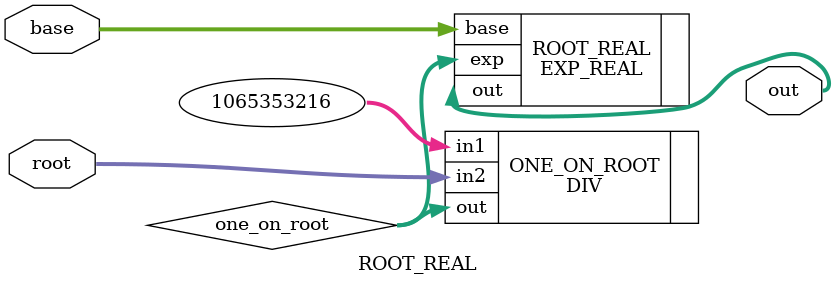
<source format=v>
`timescale 1ns / 1ps


module ROOT_REAL(
    base,
    root,
    out
    );
input [31:0] base;
input [31:0] root;
output [31:0] out;

wire [31:0] base_root;
wire [31:0] one_on_root;
// Calculate 1/ root
DIV ONE_ON_ROOT(.in1(32'b00111111100000000000000000000000), .in2(root), .out(one_on_root));
// Calculate base ^ (1/root)
EXP_REAL ROOT_REAL(.base(base), .exp(one_on_root), .out(out));

endmodule

</source>
